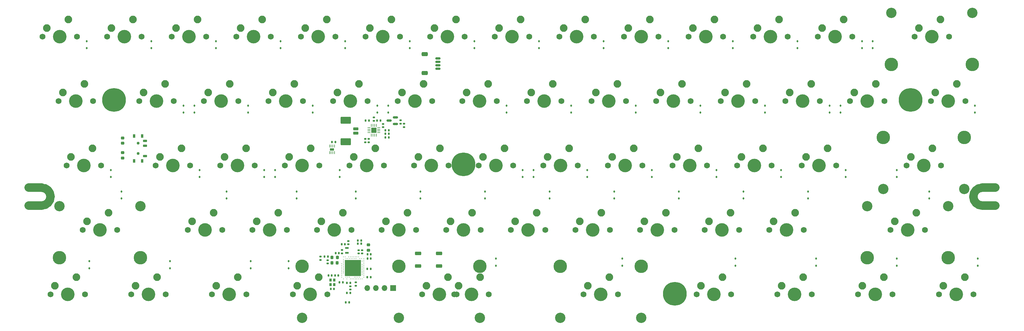
<source format=gbr>
%TF.GenerationSoftware,KiCad,Pcbnew,7.0.5*%
%TF.CreationDate,2024-03-02T17:25:27+09:00*%
%TF.ProjectId,Hotp4ck60,486f7470-3463-46b3-9630-2e6b69636164,rev?*%
%TF.SameCoordinates,Original*%
%TF.FileFunction,Soldermask,Bot*%
%TF.FilePolarity,Negative*%
%FSLAX46Y46*%
G04 Gerber Fmt 4.6, Leading zero omitted, Abs format (unit mm)*
G04 Created by KiCad (PCBNEW 7.0.5) date 2024-03-02 17:25:27*
%MOMM*%
%LPD*%
G01*
G04 APERTURE LIST*
G04 Aperture macros list*
%AMRoundRect*
0 Rectangle with rounded corners*
0 $1 Rounding radius*
0 $2 $3 $4 $5 $6 $7 $8 $9 X,Y pos of 4 corners*
0 Add a 4 corners polygon primitive as box body*
4,1,4,$2,$3,$4,$5,$6,$7,$8,$9,$2,$3,0*
0 Add four circle primitives for the rounded corners*
1,1,$1+$1,$2,$3*
1,1,$1+$1,$4,$5*
1,1,$1+$1,$6,$7*
1,1,$1+$1,$8,$9*
0 Add four rect primitives between the rounded corners*
20,1,$1+$1,$2,$3,$4,$5,0*
20,1,$1+$1,$4,$5,$6,$7,0*
20,1,$1+$1,$6,$7,$8,$9,0*
20,1,$1+$1,$8,$9,$2,$3,0*%
G04 Aperture macros list end*
%ADD10C,2.501900*%
%ADD11C,1.750000*%
%ADD12C,4.000000*%
%ADD13C,2.250000*%
%ADD14C,3.048000*%
%ADD15C,3.987800*%
%ADD16R,1.700000X1.700000*%
%ADD17O,1.700000X1.700000*%
%ADD18C,7.001300*%
%ADD19C,7.000240*%
%ADD20RoundRect,0.140000X-0.140000X-0.170000X0.140000X-0.170000X0.140000X0.170000X-0.140000X0.170000X0*%
%ADD21RoundRect,0.112500X-0.112500X0.187500X-0.112500X-0.187500X0.112500X-0.187500X0.112500X0.187500X0*%
%ADD22RoundRect,0.140000X0.170000X-0.140000X0.170000X0.140000X-0.170000X0.140000X-0.170000X-0.140000X0*%
%ADD23RoundRect,0.140000X0.140000X0.170000X-0.140000X0.170000X-0.140000X-0.170000X0.140000X-0.170000X0*%
%ADD24RoundRect,0.112500X0.112500X-0.187500X0.112500X0.187500X-0.112500X0.187500X-0.112500X-0.187500X0*%
%ADD25RoundRect,0.218750X-0.256250X0.218750X-0.256250X-0.218750X0.256250X-0.218750X0.256250X0.218750X0*%
%ADD26RoundRect,0.150000X0.587500X0.150000X-0.587500X0.150000X-0.587500X-0.150000X0.587500X-0.150000X0*%
%ADD27R,1.100000X0.600000*%
%ADD28RoundRect,0.135000X-0.135000X-0.185000X0.135000X-0.185000X0.135000X0.185000X-0.135000X0.185000X0*%
%ADD29RoundRect,0.135000X0.185000X-0.135000X0.185000X0.135000X-0.185000X0.135000X-0.185000X-0.135000X0*%
%ADD30RoundRect,0.225000X0.225000X0.250000X-0.225000X0.250000X-0.225000X-0.250000X0.225000X-0.250000X0*%
%ADD31RoundRect,0.147500X0.172500X-0.147500X0.172500X0.147500X-0.172500X0.147500X-0.172500X-0.147500X0*%
%ADD32RoundRect,0.062500X-0.062500X0.325000X-0.062500X-0.325000X0.062500X-0.325000X0.062500X0.325000X0*%
%ADD33R,1.300000X0.700000*%
%ADD34R,0.800000X0.900000*%
%ADD35C,0.850000*%
%ADD36RoundRect,0.090000X0.535000X-0.210000X0.535000X0.210000X-0.535000X0.210000X-0.535000X-0.210000X0*%
%ADD37RoundRect,0.105000X-0.245000X-0.445000X0.245000X-0.445000X0.245000X0.445000X-0.245000X0.445000X0*%
%ADD38RoundRect,0.140000X-0.170000X0.140000X-0.170000X-0.140000X0.170000X-0.140000X0.170000X0.140000X0*%
%ADD39RoundRect,0.062500X0.062500X-0.375000X0.062500X0.375000X-0.062500X0.375000X-0.062500X-0.375000X0*%
%ADD40RoundRect,0.062500X0.375000X-0.062500X0.375000X0.062500X-0.375000X0.062500X-0.375000X-0.062500X0*%
%ADD41R,1.600000X1.600000*%
%ADD42RoundRect,0.147500X0.147500X0.172500X-0.147500X0.172500X-0.147500X-0.172500X0.147500X-0.172500X0*%
%ADD43RoundRect,0.218750X0.218750X0.256250X-0.218750X0.256250X-0.218750X-0.256250X0.218750X-0.256250X0*%
%ADD44RoundRect,0.200000X0.600000X-0.200000X0.600000X0.200000X-0.600000X0.200000X-0.600000X-0.200000X0*%
%ADD45RoundRect,0.250001X1.249999X-0.799999X1.249999X0.799999X-1.249999X0.799999X-1.249999X-0.799999X0*%
%ADD46RoundRect,0.275000X0.625000X0.275000X-0.625000X0.275000X-0.625000X-0.275000X0.625000X-0.275000X0*%
%ADD47RoundRect,0.135000X0.135000X0.185000X-0.135000X0.185000X-0.135000X-0.185000X0.135000X-0.185000X0*%
%ADD48RoundRect,0.218750X0.256250X-0.218750X0.256250X0.218750X-0.256250X0.218750X-0.256250X-0.218750X0*%
%ADD49RoundRect,0.150000X0.625000X-0.150000X0.625000X0.150000X-0.625000X0.150000X-0.625000X-0.150000X0*%
%ADD50RoundRect,0.250000X0.650000X-0.350000X0.650000X0.350000X-0.650000X0.350000X-0.650000X-0.350000X0*%
%ADD51C,0.250000*%
%ADD52R,4.850000X4.850000*%
G04 APERTURE END LIST*
D10*
%TO.C,H8*%
X71812500Y-152599050D02*
X75612500Y-152599050D01*
X71812500Y-157900950D02*
X75612500Y-157900950D01*
X353012500Y-152599050D02*
X356812500Y-152599050D01*
X353012500Y-157900950D02*
X356862500Y-157900950D01*
X78263450Y-155250000D02*
G75*
G03*
X75612500Y-152599050I-2650949J1D01*
G01*
X75612500Y-157900950D02*
G75*
G03*
X78263450Y-155250000I1J2650949D01*
G01*
X353012500Y-152599050D02*
G75*
G03*
X350361550Y-155250000I0J-2650950D01*
G01*
X350361550Y-155250000D02*
G75*
G03*
X353012500Y-157900950I2650950J0D01*
G01*
%TD*%
D11*
%TO.C,S47*%
X194945000Y-165100000D03*
D12*
X200025000Y-165100000D03*
D11*
X205105000Y-165100000D03*
D13*
X196215000Y-162560000D03*
X202565000Y-160020000D03*
%TD*%
D11*
%TO.C,S15*%
X80645000Y-127000000D03*
D12*
X85725000Y-127000000D03*
D11*
X90805000Y-127000000D03*
D13*
X81915000Y-124460000D03*
X88265000Y-121920000D03*
%TD*%
D14*
%TO.C,H5*%
X204819250Y-191135000D03*
D15*
X204819250Y-175895000D03*
D14*
X180943250Y-191135000D03*
D15*
X180943250Y-175895000D03*
%TD*%
D11*
%TO.C,S39*%
X280670000Y-146050000D03*
D12*
X285750000Y-146050000D03*
D11*
X290830000Y-146050000D03*
D13*
X281940000Y-143510000D03*
X288290000Y-140970000D03*
%TD*%
D11*
%TO.C,S38*%
X261620000Y-146050000D03*
D12*
X266700000Y-146050000D03*
D11*
X271780000Y-146050000D03*
D13*
X262890000Y-143510000D03*
X269240000Y-140970000D03*
%TD*%
D11*
%TO.C,S11*%
X266382500Y-107950000D03*
D12*
X271462500Y-107950000D03*
D11*
X276542500Y-107950000D03*
D13*
X267652500Y-105410000D03*
X274002500Y-102870000D03*
%TD*%
D11*
%TO.C,S17*%
X123507500Y-127000000D03*
D12*
X128587500Y-127000000D03*
D11*
X133667500Y-127000000D03*
D13*
X124777500Y-124460000D03*
X131127500Y-121920000D03*
%TD*%
D16*
%TO.C,J3*%
X179300000Y-182265000D03*
D17*
X176760000Y-182265000D03*
X174220000Y-182265000D03*
X171680000Y-182265000D03*
%TD*%
D11*
%TO.C,S50*%
X252095000Y-165100000D03*
D12*
X257175000Y-165100000D03*
D11*
X262255000Y-165100000D03*
D13*
X253365000Y-162560000D03*
X259715000Y-160020000D03*
%TD*%
D11*
%TO.C,S22*%
X218757500Y-127000000D03*
D12*
X223837500Y-127000000D03*
D11*
X228917500Y-127000000D03*
D13*
X220027500Y-124460000D03*
X226377500Y-121920000D03*
%TD*%
D11*
%TO.C,S63*%
X235426250Y-184150000D03*
D12*
X240506250Y-184150000D03*
D11*
X245586250Y-184150000D03*
D13*
X236696250Y-181610000D03*
X243046250Y-179070000D03*
%TD*%
D11*
%TO.C,S10*%
X247332500Y-107950000D03*
D12*
X252412500Y-107950000D03*
D11*
X257492500Y-107950000D03*
D13*
X248602500Y-105410000D03*
X254952500Y-102870000D03*
%TD*%
D11*
%TO.C,S20*%
X180657500Y-127000000D03*
D12*
X185737500Y-127000000D03*
D11*
X190817500Y-127000000D03*
D13*
X181927500Y-124460000D03*
X188277500Y-121920000D03*
%TD*%
D11*
%TO.C,S59*%
X292576250Y-184150000D03*
D12*
X297656250Y-184150000D03*
D11*
X302736250Y-184150000D03*
D13*
X293846250Y-181610000D03*
X300196250Y-179070000D03*
%TD*%
D11*
%TO.C,S58*%
X268763750Y-184150000D03*
D12*
X273843750Y-184150000D03*
D11*
X278923750Y-184150000D03*
D13*
X270033750Y-181610000D03*
X276383750Y-179070000D03*
%TD*%
D11*
%TO.C,S33*%
X166370000Y-146050000D03*
D12*
X171450000Y-146050000D03*
D11*
X176530000Y-146050000D03*
D13*
X167640000Y-143510000D03*
X173990000Y-140970000D03*
%TD*%
D11*
%TO.C,S48*%
X213995000Y-165100000D03*
D12*
X219075000Y-165100000D03*
D11*
X224155000Y-165100000D03*
D13*
X215265000Y-162560000D03*
X221615000Y-160020000D03*
%TD*%
D11*
%TO.C,S21*%
X199707500Y-127000000D03*
D12*
X204787500Y-127000000D03*
D11*
X209867500Y-127000000D03*
D13*
X200977500Y-124460000D03*
X207327500Y-121920000D03*
%TD*%
D11*
%TO.C,S28*%
X337820000Y-127000000D03*
D12*
X342900000Y-127000000D03*
D11*
X347980000Y-127000000D03*
D13*
X339090000Y-124460000D03*
X345440000Y-121920000D03*
%TD*%
D11*
%TO.C,S55*%
X102076250Y-184150000D03*
D12*
X107156250Y-184150000D03*
D11*
X112236250Y-184150000D03*
D13*
X103346250Y-181610000D03*
X109696250Y-179070000D03*
%TD*%
D11*
%TO.C,S30*%
X109220000Y-146050000D03*
D12*
X114300000Y-146050000D03*
D11*
X119380000Y-146050000D03*
D13*
X110490000Y-143510000D03*
X116840000Y-140970000D03*
%TD*%
D11*
%TO.C,S24*%
X256857500Y-127000000D03*
D12*
X261937500Y-127000000D03*
D11*
X267017500Y-127000000D03*
D13*
X258127500Y-124460000D03*
X264477500Y-121920000D03*
%TD*%
D11*
%TO.C,S32*%
X147320000Y-146050000D03*
D12*
X152400000Y-146050000D03*
D11*
X157480000Y-146050000D03*
D13*
X148590000Y-143510000D03*
X154940000Y-140970000D03*
%TD*%
D11*
%TO.C,S8*%
X209232500Y-107950000D03*
D12*
X214312500Y-107950000D03*
D11*
X219392500Y-107950000D03*
D13*
X210502500Y-105410000D03*
X216852500Y-102870000D03*
%TD*%
D11*
%TO.C,S60*%
X316388750Y-184150000D03*
D12*
X321468750Y-184150000D03*
D11*
X326548750Y-184150000D03*
D13*
X317658750Y-181610000D03*
X324008750Y-179070000D03*
%TD*%
D11*
%TO.C,S7*%
X190182500Y-107950000D03*
D12*
X195262500Y-107950000D03*
D11*
X200342500Y-107950000D03*
D13*
X191452500Y-105410000D03*
X197802500Y-102870000D03*
%TD*%
D11*
%TO.C,S3*%
X113982500Y-107950000D03*
D12*
X119062500Y-107950000D03*
D11*
X124142500Y-107950000D03*
D13*
X115252500Y-105410000D03*
X121602500Y-102870000D03*
%TD*%
D11*
%TO.C,S18*%
X142557500Y-127000000D03*
D12*
X147637500Y-127000000D03*
D11*
X152717500Y-127000000D03*
D13*
X143827500Y-124460000D03*
X150177500Y-121920000D03*
%TD*%
D11*
%TO.C,S49*%
X233045000Y-165100000D03*
D12*
X238125000Y-165100000D03*
D11*
X243205000Y-165100000D03*
D13*
X234315000Y-162560000D03*
X240665000Y-160020000D03*
%TD*%
D11*
%TO.C,S9*%
X228282500Y-107950000D03*
D12*
X233362500Y-107950000D03*
D11*
X238442500Y-107950000D03*
D13*
X229552500Y-105410000D03*
X235902500Y-102870000D03*
%TD*%
D14*
%TO.C,H6*%
X252444250Y-191135000D03*
D15*
X252444250Y-175895000D03*
D14*
X228568250Y-191135000D03*
D15*
X228568250Y-175895000D03*
%TD*%
D11*
%TO.C,S13*%
X304482500Y-107950000D03*
D12*
X309562500Y-107950000D03*
D11*
X314642500Y-107950000D03*
D13*
X305752500Y-105410000D03*
X312102500Y-102870000D03*
%TD*%
D11*
%TO.C,S31*%
X128270000Y-146050000D03*
D12*
X133350000Y-146050000D03*
D11*
X138430000Y-146050000D03*
D13*
X129540000Y-143510000D03*
X135890000Y-140970000D03*
%TD*%
D14*
%TO.C,H7*%
X252406250Y-191135000D03*
D15*
X252406250Y-175895000D03*
D14*
X152406250Y-191135000D03*
D15*
X152406250Y-175895000D03*
%TD*%
D14*
%TO.C,H4*%
X319055750Y-158115000D03*
D15*
X319055750Y-173355000D03*
D14*
X342931750Y-158115000D03*
D15*
X342931750Y-173355000D03*
%TD*%
D11*
%TO.C,S35*%
X204470000Y-146050000D03*
D12*
X209550000Y-146050000D03*
D11*
X214630000Y-146050000D03*
D13*
X205740000Y-143510000D03*
X212090000Y-140970000D03*
%TD*%
D11*
%TO.C,S44*%
X137795000Y-165100000D03*
D12*
X142875000Y-165100000D03*
D11*
X147955000Y-165100000D03*
D13*
X139065000Y-162560000D03*
X145415000Y-160020000D03*
%TD*%
D11*
%TO.C,S27*%
X314007500Y-127000000D03*
D12*
X319087500Y-127000000D03*
D11*
X324167500Y-127000000D03*
D13*
X315277500Y-124460000D03*
X321627500Y-121920000D03*
%TD*%
D11*
%TO.C,S29*%
X83026250Y-146050000D03*
D12*
X88106250Y-146050000D03*
D11*
X93186250Y-146050000D03*
D13*
X84296250Y-143510000D03*
X90646250Y-140970000D03*
%TD*%
D11*
%TO.C,S5*%
X152082500Y-107950000D03*
D12*
X157162500Y-107950000D03*
D11*
X162242500Y-107950000D03*
D13*
X153352500Y-105410000D03*
X159702500Y-102870000D03*
%TD*%
D11*
%TO.C,S40*%
X299720000Y-146050000D03*
D12*
X304800000Y-146050000D03*
D11*
X309880000Y-146050000D03*
D13*
X300990000Y-143510000D03*
X307340000Y-140970000D03*
%TD*%
D11*
%TO.C,S42*%
X87788750Y-165100000D03*
D12*
X92868750Y-165100000D03*
D11*
X97948750Y-165100000D03*
D13*
X89058750Y-162560000D03*
X95408750Y-160020000D03*
%TD*%
D11*
%TO.C,S54*%
X78263750Y-184150000D03*
D12*
X83343750Y-184150000D03*
D11*
X88423750Y-184150000D03*
D13*
X79533750Y-181610000D03*
X85883750Y-179070000D03*
%TD*%
D11*
%TO.C,S37*%
X242570000Y-146050000D03*
D12*
X247650000Y-146050000D03*
D11*
X252730000Y-146050000D03*
D13*
X243840000Y-143510000D03*
X250190000Y-140970000D03*
%TD*%
D11*
%TO.C,S4*%
X133032500Y-107950000D03*
D12*
X138112500Y-107950000D03*
D11*
X143192500Y-107950000D03*
D13*
X134302500Y-105410000D03*
X140652500Y-102870000D03*
%TD*%
D11*
%TO.C,S34*%
X185420000Y-146050000D03*
D12*
X190500000Y-146050000D03*
D11*
X195580000Y-146050000D03*
D13*
X186690000Y-143510000D03*
X193040000Y-140970000D03*
%TD*%
D11*
%TO.C,S53*%
X325913750Y-165100000D03*
D12*
X330993750Y-165100000D03*
D11*
X336073750Y-165100000D03*
D13*
X327183750Y-162560000D03*
X333533750Y-160020000D03*
%TD*%
D11*
%TO.C,S571*%
X187801250Y-184150000D03*
D12*
X192881250Y-184150000D03*
D11*
X197961250Y-184150000D03*
D13*
X189071250Y-181610000D03*
X195421250Y-179070000D03*
%TD*%
D11*
%TO.C,S41*%
X330676250Y-146050000D03*
D12*
X335756250Y-146050000D03*
D11*
X340836250Y-146050000D03*
D13*
X331946250Y-143510000D03*
X338296250Y-140970000D03*
%TD*%
D11*
%TO.C,S51*%
X271145000Y-165100000D03*
D12*
X276225000Y-165100000D03*
D11*
X281305000Y-165100000D03*
D13*
X272415000Y-162560000D03*
X278765000Y-160020000D03*
%TD*%
D11*
%TO.C,S25*%
X275907500Y-127000000D03*
D12*
X280987500Y-127000000D03*
D11*
X286067500Y-127000000D03*
D13*
X277177500Y-124460000D03*
X283527500Y-121920000D03*
%TD*%
D11*
%TO.C,S36*%
X223520000Y-146050000D03*
D12*
X228600000Y-146050000D03*
D11*
X233680000Y-146050000D03*
D13*
X224790000Y-143510000D03*
X231140000Y-140970000D03*
%TD*%
D11*
%TO.C,S46*%
X175895000Y-165100000D03*
D12*
X180975000Y-165100000D03*
D11*
X186055000Y-165100000D03*
D13*
X177165000Y-162560000D03*
X183515000Y-160020000D03*
%TD*%
D11*
%TO.C,S6*%
X171132500Y-107950000D03*
D12*
X176212500Y-107950000D03*
D11*
X181292500Y-107950000D03*
D13*
X172402500Y-105410000D03*
X178752500Y-102870000D03*
%TD*%
D14*
%TO.C,H3*%
X80930750Y-158115000D03*
D15*
X80930750Y-173355000D03*
D14*
X104806750Y-158115000D03*
D15*
X104806750Y-173355000D03*
%TD*%
D11*
%TO.C,S19*%
X161607500Y-127000000D03*
D12*
X166687500Y-127000000D03*
D11*
X171767500Y-127000000D03*
D13*
X162877500Y-124460000D03*
X169227500Y-121920000D03*
%TD*%
D11*
%TO.C,S43*%
X118745000Y-165100000D03*
D12*
X123825000Y-165100000D03*
D11*
X128905000Y-165100000D03*
D13*
X120015000Y-162560000D03*
X126365000Y-160020000D03*
%TD*%
D14*
%TO.C,H2*%
X347694250Y-153035000D03*
D15*
X347694250Y-137795000D03*
D14*
X323818250Y-153035000D03*
D15*
X323818250Y-137795000D03*
%TD*%
D11*
%TO.C,S62*%
X149701250Y-184150000D03*
D12*
X154781250Y-184150000D03*
D11*
X159861250Y-184150000D03*
D13*
X150971250Y-181610000D03*
X157321250Y-179070000D03*
%TD*%
D11*
%TO.C,S61*%
X340201250Y-184150000D03*
D12*
X345281250Y-184150000D03*
D11*
X350361250Y-184150000D03*
D13*
X341471250Y-181610000D03*
X347821250Y-179070000D03*
%TD*%
D11*
%TO.C,S16*%
X104457500Y-127000000D03*
D12*
X109537500Y-127000000D03*
D11*
X114617500Y-127000000D03*
D13*
X105727500Y-124460000D03*
X112077500Y-121920000D03*
%TD*%
D14*
%TO.C,H1*%
X326199500Y-100965000D03*
D15*
X326199500Y-116205000D03*
D14*
X350075500Y-100965000D03*
D15*
X350075500Y-116205000D03*
%TD*%
D11*
%TO.C,S45*%
X156845000Y-165100000D03*
D12*
X161925000Y-165100000D03*
D11*
X167005000Y-165100000D03*
D13*
X158115000Y-162560000D03*
X164465000Y-160020000D03*
%TD*%
D11*
%TO.C,S56*%
X125888750Y-184150000D03*
D12*
X130968750Y-184150000D03*
D11*
X136048750Y-184150000D03*
D13*
X127158750Y-181610000D03*
X133508750Y-179070000D03*
%TD*%
D11*
%TO.C,S57*%
X197326250Y-184150000D03*
D12*
X202406250Y-184150000D03*
D11*
X207486250Y-184150000D03*
D13*
X198596250Y-181610000D03*
X204946250Y-179070000D03*
%TD*%
D11*
%TO.C,S26*%
X294957500Y-127000000D03*
D12*
X300037500Y-127000000D03*
D11*
X305117500Y-127000000D03*
D13*
X296227500Y-124460000D03*
X302577500Y-121920000D03*
%TD*%
D11*
%TO.C,S2*%
X94932500Y-107950000D03*
D12*
X100012500Y-107950000D03*
D11*
X105092500Y-107950000D03*
D13*
X96202500Y-105410000D03*
X102552500Y-102870000D03*
%TD*%
D11*
%TO.C,S12*%
X285432500Y-107950000D03*
D12*
X290512500Y-107950000D03*
D11*
X295592500Y-107950000D03*
D13*
X286702500Y-105410000D03*
X293052500Y-102870000D03*
%TD*%
D11*
%TO.C,S23*%
X237807500Y-127000000D03*
D12*
X242887500Y-127000000D03*
D11*
X247967500Y-127000000D03*
D13*
X239077500Y-124460000D03*
X245427500Y-121920000D03*
%TD*%
D11*
%TO.C,S1*%
X75882500Y-107950000D03*
D12*
X80962500Y-107950000D03*
D11*
X86042500Y-107950000D03*
D13*
X77152500Y-105410000D03*
X83502500Y-102870000D03*
%TD*%
D11*
%TO.C,S52*%
X290195000Y-165100000D03*
D12*
X295275000Y-165100000D03*
D11*
X300355000Y-165100000D03*
D13*
X291465000Y-162560000D03*
X297815000Y-160020000D03*
%TD*%
D18*
%TO.C,H8*%
X97012500Y-126650000D03*
D19*
X200012500Y-145750000D03*
X262312500Y-183950000D03*
X331862500Y-126650000D03*
%TD*%
D11*
%TO.C,S14*%
X333057500Y-107950000D03*
D12*
X338137500Y-107950000D03*
D11*
X343217500Y-107950000D03*
D13*
X334327500Y-105410000D03*
X340677500Y-102870000D03*
%TD*%
D20*
%TO.C,C15*%
X171690000Y-176650000D03*
X172650000Y-176650000D03*
%TD*%
D21*
%TO.C,D54*%
X89693750Y-174368750D03*
X89693750Y-176468750D03*
%TD*%
D22*
%TO.C,C7*%
X166090000Y-169360000D03*
X166090000Y-168400000D03*
%TD*%
D23*
%TO.C,C18*%
X163290000Y-172000000D03*
X162330000Y-172000000D03*
%TD*%
D24*
%TO.C,D3*%
X127000000Y-111381250D03*
X127000000Y-109281250D03*
%TD*%
%TO.C,D34*%
X217487500Y-149481250D03*
X217487500Y-147381250D03*
%TD*%
D25*
%TO.C,LED1*%
X99520000Y-142282500D03*
X99520000Y-143857500D03*
%TD*%
D24*
%TO.C,D21*%
X212725000Y-130431250D03*
X212725000Y-128331250D03*
%TD*%
D26*
%TO.C,Q1*%
X179947500Y-131840000D03*
X179947500Y-133740000D03*
X178072500Y-132790000D03*
%TD*%
D21*
%TO.C,D55*%
X113506250Y-174368750D03*
X113506250Y-176468750D03*
%TD*%
D22*
%TO.C,C17*%
X169150000Y-172040000D03*
X169150000Y-171080000D03*
%TD*%
D24*
%TO.C,D29*%
X96043750Y-149481250D03*
X96043750Y-147381250D03*
%TD*%
D21*
%TO.C,D56*%
X137318750Y-174368750D03*
X137318750Y-176468750D03*
%TD*%
D24*
%TO.C,D28*%
X350837500Y-130431250D03*
X350837500Y-128331250D03*
%TD*%
D21*
%TO.C,D53*%
X337343750Y-153731250D03*
X337343750Y-155831250D03*
%TD*%
D24*
%TO.C,D4*%
X146050000Y-111381250D03*
X146050000Y-109281250D03*
%TD*%
%TO.C,D37*%
X255587500Y-149481250D03*
X255587500Y-147381250D03*
%TD*%
D21*
%TO.C,D42*%
X99218750Y-153731250D03*
X99218750Y-155831250D03*
%TD*%
D22*
%TO.C,C8*%
X170140000Y-172040000D03*
X170140000Y-171080000D03*
%TD*%
D20*
%TO.C,C2*%
X165680000Y-183760000D03*
X166640000Y-183760000D03*
%TD*%
%TO.C,C3*%
X165680000Y-180740000D03*
X166640000Y-180740000D03*
%TD*%
D24*
%TO.C,D35*%
X220662500Y-149481250D03*
X220662500Y-147381250D03*
%TD*%
%TO.C,D26*%
X307975000Y-130431250D03*
X307975000Y-128331250D03*
%TD*%
%TO.C,D1*%
X88900000Y-111381250D03*
X88900000Y-109281250D03*
%TD*%
D27*
%TO.C,Y2*%
X165650000Y-171860000D03*
X165650000Y-170460000D03*
%TD*%
D21*
%TO.C,D61*%
X351631250Y-173575000D03*
X351631250Y-175675000D03*
%TD*%
D28*
%TO.C,R5*%
X176990000Y-137730000D03*
X178010000Y-137730000D03*
%TD*%
D21*
%TO.C,D62*%
X148431250Y-174368750D03*
X148431250Y-176468750D03*
%TD*%
D24*
%TO.C,D8*%
X222250000Y-111381250D03*
X222250000Y-109281250D03*
%TD*%
D29*
%TO.C,R8*%
X181480000Y-133674000D03*
X181480000Y-132654000D03*
%TD*%
D24*
%TO.C,D6*%
X184150000Y-111381250D03*
X184150000Y-109281250D03*
%TD*%
D21*
%TO.C,D50*%
X263525000Y-153731250D03*
X263525000Y-155831250D03*
%TD*%
D24*
%TO.C,D25*%
X288925000Y-130431250D03*
X288925000Y-128331250D03*
%TD*%
D29*
%TO.C,R7*%
X182496000Y-134694000D03*
X182496000Y-133674000D03*
%TD*%
D24*
%TO.C,D27*%
X311150000Y-130431250D03*
X311150000Y-128331250D03*
%TD*%
D30*
%TO.C,C10*%
X162805000Y-174800000D03*
X161255000Y-174800000D03*
%TD*%
D21*
%TO.C,D52*%
X301625000Y-153731250D03*
X301625000Y-155831250D03*
%TD*%
D22*
%TO.C,C21*%
X176300000Y-134695000D03*
X176300000Y-133735000D03*
%TD*%
D23*
%TO.C,C16*%
X163100000Y-178580000D03*
X162140000Y-178580000D03*
%TD*%
D21*
%TO.C,D59*%
X304006250Y-173575000D03*
X304006250Y-175675000D03*
%TD*%
D31*
%TO.C,L1*%
X166640000Y-182735000D03*
X166640000Y-181765000D03*
%TD*%
D24*
%TO.C,D18*%
X155575000Y-130431250D03*
X155575000Y-128331250D03*
%TD*%
D32*
%TO.C,U3*%
X160530000Y-140337500D03*
X161030000Y-140337500D03*
X161530000Y-140337500D03*
X162030000Y-140337500D03*
X162030000Y-142262500D03*
X161530000Y-142262500D03*
X161030000Y-142262500D03*
X160530000Y-142262500D03*
D33*
X161280000Y-141300000D03*
%TD*%
D24*
%TO.C,D33*%
X163512500Y-149481250D03*
X163512500Y-147381250D03*
%TD*%
D28*
%TO.C,R2*%
X176990000Y-135660000D03*
X178010000Y-135660000D03*
%TD*%
D21*
%TO.C,D63*%
X246856250Y-173575000D03*
X246856250Y-175675000D03*
%TD*%
%TO.C,D45*%
X168275000Y-153731250D03*
X168275000Y-155831250D03*
%TD*%
D24*
%TO.C,D16*%
X120650000Y-130431250D03*
X120650000Y-128331250D03*
%TD*%
D21*
%TO.C,D44*%
X150812500Y-153731250D03*
X150812500Y-155831250D03*
%TD*%
D34*
%TO.C,Y1*%
X160850000Y-181310000D03*
X160850000Y-179910000D03*
X161950000Y-179910000D03*
X161950000Y-181310000D03*
%TD*%
D35*
%TO.C,SW2*%
X104090000Y-139490000D03*
X104090000Y-142490000D03*
D36*
X106090000Y-143240000D03*
X106090000Y-140240000D03*
X106090000Y-138740000D03*
D37*
X105240000Y-137290000D03*
X102940000Y-137290000D03*
X105240000Y-144690000D03*
X102940000Y-144690000D03*
%TD*%
D20*
%TO.C,C24*%
X161280000Y-139110000D03*
X162240000Y-139110000D03*
%TD*%
D23*
%TO.C,C4*%
X161880000Y-182560000D03*
X160920000Y-182560000D03*
%TD*%
D24*
%TO.C,D7*%
X203200000Y-111381250D03*
X203200000Y-109281250D03*
%TD*%
D21*
%TO.C,D48*%
X225425000Y-153731250D03*
X225425000Y-155831250D03*
%TD*%
D38*
%TO.C,C23*%
X171060000Y-138210000D03*
X171060000Y-139170000D03*
%TD*%
D24*
%TO.C,D40*%
X312737500Y-149481250D03*
X312737500Y-147381250D03*
%TD*%
D21*
%TO.C,D57*%
X209550000Y-173575000D03*
X209550000Y-175675000D03*
%TD*%
D38*
%TO.C,C9*%
X160000000Y-174040000D03*
X160000000Y-175000000D03*
%TD*%
D20*
%TO.C,C19*%
X171720000Y-173590000D03*
X172680000Y-173590000D03*
%TD*%
D21*
%TO.C,D43*%
X130175000Y-153731250D03*
X130175000Y-155831250D03*
%TD*%
D28*
%TO.C,R4*%
X176980000Y-136690000D03*
X178000000Y-136690000D03*
%TD*%
D24*
%TO.C,D9*%
X241300000Y-111381250D03*
X241300000Y-109281250D03*
%TD*%
%TO.C,D13*%
X317500000Y-111381250D03*
X317500000Y-109281250D03*
%TD*%
%TO.C,D2*%
X107950000Y-111381250D03*
X107950000Y-109281250D03*
%TD*%
%TO.C,D20*%
X177800000Y-130431250D03*
X177800000Y-128331250D03*
%TD*%
%TO.C,D15*%
X117475000Y-130431250D03*
X117475000Y-128331250D03*
%TD*%
D20*
%TO.C,C20*%
X171710000Y-172270000D03*
X172670000Y-172270000D03*
%TD*%
D39*
%TO.C,U2*%
X174350000Y-137037500D03*
X173850000Y-137037500D03*
X173350000Y-137037500D03*
X172850000Y-137037500D03*
D40*
X172162500Y-136350000D03*
X172162500Y-135850000D03*
X172162500Y-135350000D03*
X172162500Y-134850000D03*
D39*
X172850000Y-134162500D03*
X173350000Y-134162500D03*
X173850000Y-134162500D03*
X174350000Y-134162500D03*
D40*
X175037500Y-134850000D03*
X175037500Y-135350000D03*
X175037500Y-135850000D03*
X175037500Y-136350000D03*
D41*
X173600000Y-135600000D03*
%TD*%
D42*
%TO.C,L3*%
X160025000Y-173000000D03*
X159055000Y-173000000D03*
%TD*%
D20*
%TO.C,C14*%
X171690000Y-179080000D03*
X172650000Y-179080000D03*
%TD*%
D21*
%TO.C,D58*%
X280193750Y-173575000D03*
X280193750Y-175675000D03*
%TD*%
D43*
%TO.C,L2*%
X162817500Y-173270000D03*
X161242500Y-173270000D03*
%TD*%
D24*
%TO.C,D17*%
X136525000Y-130431250D03*
X136525000Y-128331250D03*
%TD*%
D44*
%TO.C,J2*%
X168250000Y-136455000D03*
X168250000Y-135205000D03*
D45*
X165350000Y-139005000D03*
X165350000Y-132655000D03*
%TD*%
D21*
%TO.C,D46*%
X187325000Y-153731250D03*
X187325000Y-155831250D03*
%TD*%
D24*
%TO.C,D24*%
X269875000Y-130431250D03*
X269875000Y-128331250D03*
%TD*%
%TO.C,D30*%
X122237500Y-149481250D03*
X122237500Y-147381250D03*
%TD*%
D20*
%TO.C,C1*%
X165330000Y-186557364D03*
X166290000Y-186557364D03*
%TD*%
D46*
%TO.C,SW1*%
X192806250Y-172040000D03*
X186606250Y-172040000D03*
X192806250Y-175740000D03*
X186606250Y-175740000D03*
%TD*%
D47*
%TO.C,R11*%
X169850000Y-168210000D03*
X168830000Y-168210000D03*
%TD*%
D48*
%TO.C,L4*%
X171990000Y-171087500D03*
X171990000Y-169512500D03*
%TD*%
D24*
%TO.C,D31*%
X141287500Y-149481250D03*
X141287500Y-147381250D03*
%TD*%
%TO.C,D38*%
X274637500Y-149481250D03*
X274637500Y-147381250D03*
%TD*%
%TO.C,D11*%
X279400000Y-111381250D03*
X279400000Y-109281250D03*
%TD*%
D22*
%TO.C,C22*%
X173600000Y-132810000D03*
X173600000Y-131850000D03*
%TD*%
D25*
%TO.C,LED2*%
X99520000Y-137892500D03*
X99520000Y-139467500D03*
%TD*%
D24*
%TO.C,D19*%
X174625000Y-130431250D03*
X174625000Y-128331250D03*
%TD*%
D23*
%TO.C,C6*%
X165050000Y-169340000D03*
X164090000Y-169340000D03*
%TD*%
%TO.C,C12*%
X164450000Y-180610000D03*
X163490000Y-180610000D03*
%TD*%
D24*
%TO.C,D41*%
X327818750Y-149481250D03*
X327818750Y-147381250D03*
%TD*%
D21*
%TO.C,D49*%
X244475000Y-153731250D03*
X244475000Y-155831250D03*
%TD*%
D24*
%TO.C,D14*%
X320675000Y-111381250D03*
X320675000Y-109281250D03*
%TD*%
D29*
%TO.C,R9*%
X172050000Y-139230000D03*
X172050000Y-138210000D03*
%TD*%
D24*
%TO.C,D12*%
X298450000Y-111381250D03*
X298450000Y-109281250D03*
%TD*%
%TO.C,D36*%
X236537500Y-149481250D03*
X236537500Y-147381250D03*
%TD*%
%TO.C,D5*%
X165100000Y-111381250D03*
X165100000Y-109281250D03*
%TD*%
D21*
%TO.C,D51*%
X282575000Y-153731250D03*
X282575000Y-155831250D03*
%TD*%
D38*
%TO.C,C11*%
X168310000Y-180630000D03*
X168310000Y-181590000D03*
%TD*%
D24*
%TO.C,D10*%
X260350000Y-111381250D03*
X260350000Y-109281250D03*
%TD*%
D28*
%TO.C,R6*%
X171150000Y-132780000D03*
X172170000Y-132780000D03*
%TD*%
D49*
%TO.C,J1*%
X192490000Y-117410000D03*
X192490000Y-116410000D03*
X192490000Y-115410000D03*
X192490000Y-114410000D03*
D50*
X188615000Y-118710000D03*
X188615000Y-113110000D03*
%TD*%
D51*
%TO.C,U1*%
X164150000Y-175090000D03*
X164150000Y-175590000D03*
X164150000Y-176090000D03*
X164150000Y-176590000D03*
X164150000Y-177090000D03*
X164150000Y-177590000D03*
X164150000Y-178090000D03*
X164150000Y-178590000D03*
X164150000Y-179090000D03*
X169650000Y-179590000D03*
X169900000Y-173590000D03*
X170150000Y-174340000D03*
X170150000Y-175340000D03*
X170150000Y-175840000D03*
X170150000Y-176340000D03*
X170150000Y-176840000D03*
X170150000Y-177340000D03*
X170150000Y-177840000D03*
X170150000Y-178340000D03*
X170150000Y-179590000D03*
X170650000Y-173590000D03*
X170650000Y-174090000D03*
X170650000Y-174590000D03*
X170650000Y-175090000D03*
X170650000Y-175590000D03*
X170650000Y-176090000D03*
X170650000Y-176590000D03*
X170650000Y-177090000D03*
X170650000Y-177590000D03*
X170650000Y-178090000D03*
X170650000Y-178590000D03*
X170650000Y-179090000D03*
X164650000Y-173090000D03*
X164650000Y-173840000D03*
X164650000Y-174340000D03*
X164650000Y-174840000D03*
X164650000Y-175340000D03*
X164650000Y-175840000D03*
X164650000Y-176340000D03*
X164650000Y-176840000D03*
X164650000Y-177340000D03*
X164650000Y-177840000D03*
X164650000Y-179590000D03*
X165150000Y-173090000D03*
X165400000Y-173590000D03*
X165400000Y-179090000D03*
X165650000Y-179590000D03*
D52*
X167400000Y-176340000D03*
D51*
X165900000Y-173590000D03*
X165900000Y-179090000D03*
X166150000Y-173090000D03*
X166400000Y-173590000D03*
X166400000Y-179090000D03*
X166650000Y-173090000D03*
X166650000Y-179590000D03*
X166900000Y-173590000D03*
X167150000Y-173090000D03*
X167150000Y-179590000D03*
X167400000Y-173590000D03*
X167650000Y-173090000D03*
X167650000Y-179590000D03*
X167900000Y-173590000D03*
X167900000Y-179090000D03*
X168150000Y-173090000D03*
X168150000Y-179590000D03*
X168400000Y-173590000D03*
X168400000Y-179090000D03*
X168650000Y-173090000D03*
X168650000Y-179590000D03*
X168900000Y-179090000D03*
X169150000Y-173090000D03*
X169150000Y-179590000D03*
X169400000Y-173590000D03*
X169400000Y-179090000D03*
%TD*%
D24*
%TO.C,D32*%
X144462500Y-149481250D03*
X144462500Y-147381250D03*
%TD*%
%TO.C,D39*%
X293687500Y-149481250D03*
X293687500Y-147381250D03*
%TD*%
D23*
%TO.C,C5*%
X161200000Y-178590000D03*
X160240000Y-178590000D03*
%TD*%
D47*
%TO.C,R10*%
X169850000Y-169190000D03*
X168830000Y-169190000D03*
%TD*%
D21*
%TO.C,D60*%
X327818750Y-173575000D03*
X327818750Y-175675000D03*
%TD*%
D24*
%TO.C,D22*%
X231775000Y-130431250D03*
X231775000Y-128331250D03*
%TD*%
D22*
%TO.C,C13*%
X164240000Y-172030000D03*
X164240000Y-171070000D03*
%TD*%
D28*
%TO.C,R3*%
X174550000Y-132770000D03*
X175570000Y-132770000D03*
%TD*%
D21*
%TO.C,D47*%
X206375000Y-153731250D03*
X206375000Y-155831250D03*
%TD*%
D29*
%TO.C,R1*%
X157880000Y-173970000D03*
X157880000Y-172950000D03*
%TD*%
D24*
%TO.C,D23*%
X250825000Y-130431250D03*
X250825000Y-128331250D03*
%TD*%
M02*

</source>
